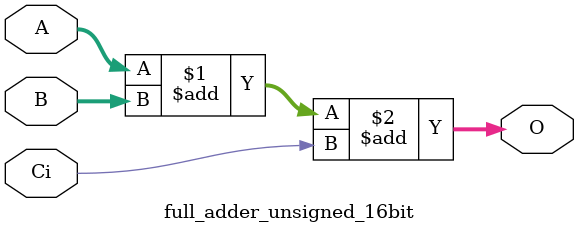
<source format=v>
module full_adder_unsigned_16bit(A, B, Ci, O);
  input [15:0] A;
  input [15:0] B;
  input Ci;
  output [16:0] O;

  assign O = A + B + Ci;
endmodule




</source>
